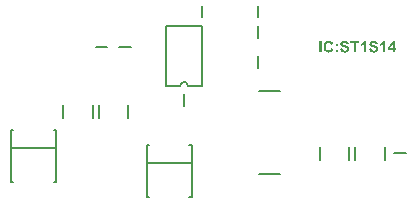
<source format=gto>
G04 Layer_Color=65535*
%FSLAX42Y42*%
%MOMM*%
G71*
G01*
G75*
%ADD31C,0.20*%
G36*
X3039Y1580D02*
X3020D01*
Y1649D01*
X3020Y1649D01*
X3020Y1649D01*
X3019Y1649D01*
X3018Y1648D01*
X3018Y1647D01*
X3016Y1646D01*
X3015Y1645D01*
X3013Y1644D01*
X3012Y1643D01*
X3010Y1642D01*
X3008Y1641D01*
X3006Y1640D01*
X3002Y1638D01*
X2997Y1636D01*
Y1652D01*
X2997D01*
X2997Y1652D01*
X2997Y1653D01*
X2998Y1653D01*
X2999Y1653D01*
X3001Y1654D01*
X3003Y1655D01*
X3006Y1657D01*
X3009Y1659D01*
X3012Y1661D01*
X3012Y1661D01*
X3013Y1661D01*
X3013Y1662D01*
X3013Y1662D01*
X3015Y1664D01*
X3017Y1665D01*
X3019Y1668D01*
X3021Y1670D01*
X3022Y1673D01*
X3024Y1677D01*
X3039D01*
Y1580D01*
D02*
G37*
G36*
X3203D02*
X3184D01*
Y1649D01*
X3184Y1649D01*
X3184Y1649D01*
X3183Y1649D01*
X3183Y1648D01*
X3182Y1647D01*
X3180Y1646D01*
X3179Y1645D01*
X3178Y1644D01*
X3176Y1643D01*
X3174Y1642D01*
X3172Y1641D01*
X3170Y1640D01*
X3166Y1638D01*
X3161Y1636D01*
Y1652D01*
X3161D01*
X3161Y1652D01*
X3161Y1653D01*
X3162Y1653D01*
X3163Y1653D01*
X3165Y1654D01*
X3168Y1655D01*
X3170Y1657D01*
X3173Y1659D01*
X3176Y1661D01*
X3176Y1661D01*
X3177Y1661D01*
X3177Y1662D01*
X3178Y1662D01*
X3179Y1664D01*
X3181Y1665D01*
X3183Y1668D01*
X3185Y1670D01*
X3186Y1673D01*
X3188Y1677D01*
X3203D01*
Y1580D01*
D02*
G37*
G36*
X2983Y1660D02*
X2955D01*
Y1580D01*
X2936D01*
Y1660D01*
X2907D01*
Y1676D01*
X2983D01*
Y1660D01*
D02*
G37*
G36*
X2664Y1580D02*
X2645D01*
Y1676D01*
X2664D01*
Y1580D01*
D02*
G37*
G36*
X2801D02*
X2783D01*
Y1598D01*
X2801D01*
Y1580D01*
D02*
G37*
G36*
X3284Y1615D02*
X3296D01*
Y1599D01*
X3284D01*
Y1580D01*
X3267D01*
Y1599D01*
X3227D01*
Y1615D01*
X3269Y1676D01*
X3284D01*
Y1615D01*
D02*
G37*
G36*
X2861Y1678D02*
X2862Y1677D01*
X2864Y1677D01*
X2866Y1677D01*
X2868Y1677D01*
X2872Y1676D01*
X2875Y1675D01*
X2877Y1674D01*
X2879Y1673D01*
X2881Y1672D01*
X2883Y1671D01*
X2885Y1670D01*
X2885Y1670D01*
X2885Y1669D01*
X2886Y1669D01*
X2886Y1668D01*
X2887Y1668D01*
X2888Y1667D01*
X2889Y1665D01*
X2890Y1664D01*
X2890Y1663D01*
X2891Y1661D01*
X2892Y1659D01*
X2893Y1657D01*
X2894Y1655D01*
X2894Y1653D01*
X2894Y1651D01*
X2895Y1649D01*
X2875Y1648D01*
Y1648D01*
Y1648D01*
X2875Y1649D01*
X2875Y1650D01*
X2874Y1652D01*
X2873Y1654D01*
X2872Y1655D01*
X2871Y1657D01*
X2870Y1658D01*
X2870Y1658D01*
X2869Y1659D01*
X2868Y1659D01*
X2867Y1660D01*
X2865Y1661D01*
X2863Y1661D01*
X2861Y1662D01*
X2858Y1662D01*
X2856D01*
X2855Y1662D01*
X2853Y1661D01*
X2851Y1661D01*
X2849Y1660D01*
X2847Y1659D01*
X2845Y1658D01*
X2844Y1658D01*
X2844Y1658D01*
X2844Y1657D01*
X2843Y1657D01*
X2842Y1656D01*
X2842Y1655D01*
X2842Y1654D01*
X2842Y1652D01*
Y1652D01*
Y1652D01*
X2842Y1651D01*
X2842Y1650D01*
X2842Y1649D01*
X2843Y1648D01*
X2843Y1647D01*
X2844Y1646D01*
X2844Y1646D01*
X2845Y1646D01*
X2846Y1645D01*
X2846Y1645D01*
X2847Y1645D01*
X2848Y1644D01*
X2849Y1644D01*
X2850Y1643D01*
X2852Y1643D01*
X2853Y1642D01*
X2855Y1642D01*
X2857Y1641D01*
X2860Y1641D01*
X2862Y1640D01*
X2862D01*
X2863Y1640D01*
X2863Y1640D01*
X2864Y1639D01*
X2866Y1639D01*
X2867Y1639D01*
X2868Y1638D01*
X2870Y1638D01*
X2873Y1637D01*
X2877Y1636D01*
X2880Y1634D01*
X2881Y1634D01*
X2883Y1633D01*
X2883D01*
X2883Y1633D01*
X2884Y1632D01*
X2885Y1631D01*
X2887Y1630D01*
X2888Y1629D01*
X2890Y1627D01*
X2892Y1625D01*
X2894Y1623D01*
X2894Y1623D01*
X2894Y1622D01*
X2895Y1621D01*
X2895Y1619D01*
X2896Y1617D01*
X2897Y1614D01*
X2897Y1611D01*
X2897Y1608D01*
Y1608D01*
Y1607D01*
Y1607D01*
Y1606D01*
X2897Y1606D01*
X2897Y1605D01*
X2897Y1603D01*
X2896Y1600D01*
X2895Y1598D01*
X2894Y1595D01*
X2893Y1592D01*
Y1592D01*
X2892Y1592D01*
X2892Y1591D01*
X2891Y1590D01*
X2889Y1588D01*
X2888Y1587D01*
X2885Y1585D01*
X2883Y1583D01*
X2880Y1582D01*
X2880D01*
X2879Y1582D01*
X2879Y1581D01*
X2878Y1581D01*
X2877Y1581D01*
X2876Y1581D01*
X2875Y1580D01*
X2874Y1580D01*
X2872Y1580D01*
X2871Y1579D01*
X2867Y1579D01*
X2863Y1578D01*
X2859Y1578D01*
X2857D01*
X2856Y1578D01*
X2854Y1578D01*
X2853Y1579D01*
X2851Y1579D01*
X2849Y1579D01*
X2844Y1580D01*
X2842Y1581D01*
X2839Y1582D01*
X2837Y1583D01*
X2835Y1584D01*
X2833Y1585D01*
X2831Y1587D01*
X2831Y1587D01*
X2830Y1587D01*
X2830Y1587D01*
X2829Y1588D01*
X2828Y1589D01*
X2828Y1590D01*
X2827Y1591D01*
X2826Y1593D01*
X2825Y1594D01*
X2824Y1596D01*
X2823Y1598D01*
X2822Y1601D01*
X2821Y1603D01*
X2820Y1606D01*
X2820Y1608D01*
X2819Y1611D01*
X2838Y1613D01*
Y1613D01*
X2838Y1613D01*
Y1612D01*
X2838Y1611D01*
X2839Y1610D01*
X2840Y1608D01*
X2841Y1605D01*
X2842Y1603D01*
X2843Y1601D01*
X2845Y1599D01*
X2845Y1599D01*
X2846Y1598D01*
X2847Y1598D01*
X2849Y1597D01*
X2851Y1596D01*
X2853Y1595D01*
X2856Y1595D01*
X2859Y1595D01*
X2861D01*
X2862Y1595D01*
X2864Y1595D01*
X2867Y1596D01*
X2869Y1596D01*
X2871Y1597D01*
X2873Y1598D01*
X2873Y1599D01*
X2874Y1599D01*
X2875Y1600D01*
X2876Y1601D01*
X2876Y1602D01*
X2877Y1604D01*
X2878Y1606D01*
X2878Y1608D01*
Y1608D01*
Y1608D01*
X2878Y1609D01*
X2878Y1610D01*
X2877Y1611D01*
X2877Y1612D01*
X2877Y1613D01*
X2876Y1614D01*
X2876Y1614D01*
X2875Y1614D01*
X2875Y1614D01*
X2874Y1615D01*
X2873Y1616D01*
X2872Y1616D01*
X2871Y1617D01*
X2869Y1618D01*
X2869D01*
X2868Y1618D01*
X2867Y1618D01*
X2867Y1619D01*
X2866Y1619D01*
X2865Y1619D01*
X2864Y1619D01*
X2862Y1620D01*
X2861Y1620D01*
X2859Y1620D01*
X2858Y1621D01*
X2856Y1621D01*
X2853Y1622D01*
X2853D01*
X2853Y1622D01*
X2852Y1622D01*
X2851Y1623D01*
X2850Y1623D01*
X2848Y1624D01*
X2847Y1624D01*
X2845Y1625D01*
X2841Y1626D01*
X2838Y1628D01*
X2836Y1629D01*
X2834Y1630D01*
X2833Y1630D01*
X2832Y1631D01*
X2832Y1632D01*
X2831Y1632D01*
X2831Y1632D01*
X2830Y1633D01*
X2830Y1634D01*
X2829Y1635D01*
X2828Y1636D01*
X2827Y1637D01*
X2826Y1640D01*
X2824Y1643D01*
X2824Y1645D01*
X2823Y1647D01*
X2823Y1649D01*
X2823Y1651D01*
Y1651D01*
Y1651D01*
Y1652D01*
Y1652D01*
X2823Y1654D01*
X2823Y1655D01*
X2824Y1657D01*
X2825Y1660D01*
X2826Y1662D01*
X2827Y1665D01*
Y1665D01*
X2827Y1665D01*
X2828Y1666D01*
X2829Y1667D01*
X2830Y1668D01*
X2832Y1670D01*
X2834Y1671D01*
X2836Y1673D01*
X2839Y1674D01*
X2839D01*
X2839Y1674D01*
X2840Y1675D01*
X2840Y1675D01*
X2841Y1675D01*
X2842Y1675D01*
X2843Y1676D01*
X2844Y1676D01*
X2847Y1677D01*
X2850Y1677D01*
X2854Y1678D01*
X2858Y1678D01*
X2860D01*
X2861Y1678D01*
D02*
G37*
G36*
X3107D02*
X3108Y1677D01*
X3110Y1677D01*
X3112Y1677D01*
X3114Y1677D01*
X3118Y1676D01*
X3121Y1675D01*
X3123Y1674D01*
X3125Y1673D01*
X3127Y1672D01*
X3129Y1671D01*
X3131Y1670D01*
X3131Y1670D01*
X3131Y1669D01*
X3132Y1669D01*
X3132Y1668D01*
X3133Y1668D01*
X3134Y1667D01*
X3135Y1665D01*
X3136Y1664D01*
X3136Y1663D01*
X3137Y1661D01*
X3138Y1659D01*
X3139Y1657D01*
X3140Y1655D01*
X3140Y1653D01*
X3141Y1651D01*
X3141Y1649D01*
X3121Y1648D01*
Y1648D01*
Y1648D01*
X3121Y1649D01*
X3121Y1650D01*
X3120Y1652D01*
X3119Y1654D01*
X3118Y1655D01*
X3117Y1657D01*
X3116Y1658D01*
X3116Y1658D01*
X3115Y1659D01*
X3114Y1659D01*
X3113Y1660D01*
X3111Y1661D01*
X3109Y1661D01*
X3107Y1662D01*
X3104Y1662D01*
X3102D01*
X3101Y1662D01*
X3099Y1661D01*
X3097Y1661D01*
X3095Y1660D01*
X3093Y1659D01*
X3091Y1658D01*
X3090Y1658D01*
X3090Y1658D01*
X3090Y1657D01*
X3089Y1657D01*
X3089Y1656D01*
X3088Y1655D01*
X3088Y1654D01*
X3088Y1652D01*
Y1652D01*
Y1652D01*
X3088Y1651D01*
X3088Y1650D01*
X3088Y1649D01*
X3089Y1648D01*
X3089Y1647D01*
X3090Y1646D01*
X3090Y1646D01*
X3091Y1646D01*
X3092Y1645D01*
X3092Y1645D01*
X3093Y1645D01*
X3094Y1644D01*
X3095Y1644D01*
X3096Y1643D01*
X3098Y1643D01*
X3099Y1642D01*
X3101Y1642D01*
X3103Y1641D01*
X3106Y1641D01*
X3108Y1640D01*
X3108D01*
X3109Y1640D01*
X3109Y1640D01*
X3110Y1639D01*
X3112Y1639D01*
X3113Y1639D01*
X3114Y1638D01*
X3116Y1638D01*
X3119Y1637D01*
X3123Y1636D01*
X3126Y1634D01*
X3127Y1634D01*
X3129Y1633D01*
X3129D01*
X3129Y1633D01*
X3130Y1632D01*
X3131Y1631D01*
X3133Y1630D01*
X3134Y1629D01*
X3136Y1627D01*
X3138Y1625D01*
X3140Y1623D01*
X3140Y1623D01*
X3140Y1622D01*
X3141Y1621D01*
X3141Y1619D01*
X3142Y1617D01*
X3143Y1614D01*
X3143Y1611D01*
X3143Y1608D01*
Y1608D01*
Y1607D01*
Y1607D01*
Y1606D01*
X3143Y1606D01*
X3143Y1605D01*
X3143Y1603D01*
X3142Y1600D01*
X3141Y1598D01*
X3140Y1595D01*
X3139Y1592D01*
Y1592D01*
X3138Y1592D01*
X3138Y1591D01*
X3137Y1590D01*
X3135Y1588D01*
X3134Y1587D01*
X3131Y1585D01*
X3129Y1583D01*
X3126Y1582D01*
X3126D01*
X3125Y1582D01*
X3125Y1581D01*
X3124Y1581D01*
X3123Y1581D01*
X3122Y1581D01*
X3121Y1580D01*
X3120Y1580D01*
X3118Y1580D01*
X3117Y1579D01*
X3113Y1579D01*
X3109Y1578D01*
X3105Y1578D01*
X3103D01*
X3102Y1578D01*
X3100Y1578D01*
X3099Y1579D01*
X3097Y1579D01*
X3095Y1579D01*
X3090Y1580D01*
X3088Y1581D01*
X3085Y1582D01*
X3083Y1583D01*
X3081Y1584D01*
X3079Y1585D01*
X3077Y1587D01*
X3077Y1587D01*
X3076Y1587D01*
X3076Y1587D01*
X3075Y1588D01*
X3075Y1589D01*
X3074Y1590D01*
X3073Y1591D01*
X3072Y1593D01*
X3071Y1594D01*
X3070Y1596D01*
X3069Y1598D01*
X3068Y1601D01*
X3067Y1603D01*
X3066Y1606D01*
X3066Y1608D01*
X3065Y1611D01*
X3084Y1613D01*
Y1613D01*
X3084Y1613D01*
Y1612D01*
X3084Y1611D01*
X3085Y1610D01*
X3086Y1608D01*
X3087Y1605D01*
X3088Y1603D01*
X3089Y1601D01*
X3091Y1599D01*
X3091Y1599D01*
X3092Y1598D01*
X3093Y1598D01*
X3095Y1597D01*
X3097Y1596D01*
X3099Y1595D01*
X3102Y1595D01*
X3105Y1595D01*
X3107D01*
X3108Y1595D01*
X3110Y1595D01*
X3113Y1596D01*
X3115Y1596D01*
X3117Y1597D01*
X3119Y1598D01*
X3119Y1599D01*
X3120Y1599D01*
X3121Y1600D01*
X3122Y1601D01*
X3122Y1602D01*
X3123Y1604D01*
X3124Y1606D01*
X3124Y1608D01*
Y1608D01*
Y1608D01*
X3124Y1609D01*
X3124Y1610D01*
X3123Y1611D01*
X3123Y1612D01*
X3123Y1613D01*
X3122Y1614D01*
X3122Y1614D01*
X3122Y1614D01*
X3121Y1614D01*
X3120Y1615D01*
X3119Y1616D01*
X3118Y1616D01*
X3117Y1617D01*
X3115Y1618D01*
X3115D01*
X3114Y1618D01*
X3113Y1618D01*
X3113Y1619D01*
X3112Y1619D01*
X3111Y1619D01*
X3110Y1619D01*
X3108Y1620D01*
X3107Y1620D01*
X3105Y1620D01*
X3104Y1621D01*
X3102Y1621D01*
X3099Y1622D01*
X3099D01*
X3099Y1622D01*
X3098Y1622D01*
X3097Y1623D01*
X3096Y1623D01*
X3094Y1624D01*
X3093Y1624D01*
X3091Y1625D01*
X3087Y1626D01*
X3084Y1628D01*
X3082Y1629D01*
X3080Y1630D01*
X3079Y1630D01*
X3078Y1631D01*
X3078Y1632D01*
X3077Y1632D01*
X3077Y1632D01*
X3076Y1633D01*
X3076Y1634D01*
X3075Y1635D01*
X3074Y1636D01*
X3073Y1637D01*
X3072Y1640D01*
X3070Y1643D01*
X3070Y1645D01*
X3069Y1647D01*
X3069Y1649D01*
X3069Y1651D01*
Y1651D01*
Y1651D01*
Y1652D01*
Y1652D01*
X3069Y1654D01*
X3070Y1655D01*
X3070Y1657D01*
X3071Y1660D01*
X3072Y1662D01*
X3073Y1665D01*
Y1665D01*
X3073Y1665D01*
X3074Y1666D01*
X3075Y1667D01*
X3076Y1668D01*
X3078Y1670D01*
X3080Y1671D01*
X3082Y1673D01*
X3085Y1674D01*
X3085D01*
X3085Y1674D01*
X3086Y1675D01*
X3086Y1675D01*
X3087Y1675D01*
X3088Y1675D01*
X3089Y1676D01*
X3090Y1676D01*
X3093Y1677D01*
X3096Y1677D01*
X3100Y1678D01*
X3104Y1678D01*
X3106D01*
X3107Y1678D01*
D02*
G37*
G36*
X2727D02*
X2729Y1677D01*
X2730Y1677D01*
X2732Y1677D01*
X2734Y1677D01*
X2737Y1676D01*
X2739Y1675D01*
X2741Y1674D01*
X2744Y1673D01*
X2746Y1672D01*
X2748Y1671D01*
X2751Y1669D01*
X2753Y1667D01*
X2753D01*
X2753Y1667D01*
X2754Y1667D01*
X2754Y1666D01*
X2755Y1666D01*
X2755Y1665D01*
X2757Y1663D01*
X2758Y1660D01*
X2760Y1657D01*
X2761Y1654D01*
X2763Y1650D01*
X2744Y1645D01*
Y1645D01*
X2743Y1645D01*
Y1646D01*
X2743Y1646D01*
X2743Y1648D01*
X2742Y1649D01*
X2741Y1651D01*
X2740Y1653D01*
X2738Y1655D01*
X2736Y1657D01*
X2736Y1657D01*
X2735Y1658D01*
X2734Y1658D01*
X2733Y1659D01*
X2731Y1660D01*
X2729Y1661D01*
X2726Y1661D01*
X2723Y1661D01*
X2722D01*
X2722Y1661D01*
X2721Y1661D01*
X2720Y1661D01*
X2717Y1660D01*
X2714Y1659D01*
X2712Y1658D01*
X2710Y1657D01*
X2709Y1656D01*
X2707Y1655D01*
X2706Y1654D01*
Y1653D01*
X2706Y1653D01*
X2705Y1653D01*
X2705Y1652D01*
X2704Y1651D01*
X2704Y1650D01*
X2703Y1649D01*
X2703Y1648D01*
X2702Y1646D01*
X2702Y1644D01*
X2701Y1642D01*
X2700Y1640D01*
X2700Y1637D01*
X2700Y1635D01*
X2700Y1632D01*
X2700Y1629D01*
Y1628D01*
Y1628D01*
Y1627D01*
X2700Y1626D01*
Y1624D01*
X2700Y1622D01*
X2700Y1620D01*
X2700Y1618D01*
X2701Y1614D01*
X2702Y1610D01*
X2703Y1608D01*
X2704Y1606D01*
X2705Y1604D01*
X2706Y1602D01*
X2706Y1602D01*
X2706Y1602D01*
X2707Y1602D01*
X2707Y1601D01*
X2709Y1600D01*
X2711Y1599D01*
X2713Y1597D01*
X2716Y1596D01*
X2719Y1595D01*
X2721Y1595D01*
X2723Y1595D01*
X2724D01*
X2724Y1595D01*
X2726Y1595D01*
X2728Y1595D01*
X2729Y1596D01*
X2732Y1597D01*
X2734Y1598D01*
X2736Y1600D01*
X2736Y1600D01*
X2737Y1601D01*
X2738Y1602D01*
X2739Y1603D01*
X2741Y1606D01*
X2742Y1608D01*
X2743Y1611D01*
X2744Y1615D01*
X2763Y1609D01*
Y1609D01*
X2763Y1609D01*
X2763Y1608D01*
X2762Y1607D01*
X2762Y1606D01*
X2761Y1604D01*
X2760Y1602D01*
X2760Y1601D01*
X2758Y1597D01*
X2755Y1593D01*
X2752Y1589D01*
X2750Y1587D01*
X2749Y1586D01*
X2748Y1586D01*
X2748Y1586D01*
X2748Y1585D01*
X2747Y1585D01*
X2746Y1584D01*
X2745Y1584D01*
X2743Y1583D01*
X2742Y1582D01*
X2740Y1581D01*
X2738Y1581D01*
X2736Y1580D01*
X2734Y1580D01*
X2731Y1579D01*
X2729Y1579D01*
X2726Y1578D01*
X2723Y1578D01*
X2722D01*
X2721Y1578D01*
X2720Y1579D01*
X2718Y1579D01*
X2716Y1579D01*
X2714Y1579D01*
X2712Y1580D01*
X2710Y1581D01*
X2707Y1582D01*
X2704Y1583D01*
X2702Y1584D01*
X2699Y1585D01*
X2697Y1587D01*
X2694Y1589D01*
X2692Y1591D01*
X2692Y1592D01*
X2691Y1592D01*
X2691Y1593D01*
X2690Y1594D01*
X2689Y1595D01*
X2688Y1597D01*
X2687Y1599D01*
X2686Y1601D01*
X2685Y1603D01*
X2683Y1606D01*
X2682Y1609D01*
X2681Y1612D01*
X2681Y1615D01*
X2680Y1619D01*
X2680Y1623D01*
X2680Y1627D01*
Y1627D01*
Y1627D01*
Y1628D01*
X2680Y1630D01*
Y1631D01*
X2680Y1633D01*
X2680Y1635D01*
X2681Y1638D01*
X2681Y1641D01*
X2682Y1644D01*
X2683Y1647D01*
X2684Y1650D01*
X2685Y1653D01*
X2686Y1656D01*
X2688Y1659D01*
X2690Y1662D01*
X2692Y1664D01*
X2692Y1665D01*
X2692Y1665D01*
X2693Y1666D01*
X2694Y1667D01*
X2695Y1668D01*
X2697Y1669D01*
X2699Y1670D01*
X2701Y1671D01*
X2703Y1672D01*
X2705Y1674D01*
X2708Y1675D01*
X2711Y1676D01*
X2714Y1677D01*
X2717Y1677D01*
X2721Y1678D01*
X2724Y1678D01*
X2726D01*
X2727Y1678D01*
D02*
G37*
G36*
X2801Y1631D02*
X2783D01*
Y1650D01*
X2801D01*
Y1631D01*
D02*
G37*
%LPC*%
G36*
X3267Y1648D02*
X3244Y1615D01*
X3267D01*
Y1648D01*
D02*
G37*
%LPD*%
D31*
X1532Y1297D02*
G03*
X1468Y1297I-32J0D01*
G01*
X2125Y1450D02*
Y1550D01*
Y1700D02*
Y1800D01*
Y1875D02*
Y1975D01*
X3275Y725D02*
X3375D01*
X750Y1625D02*
X850D01*
X950D02*
X1050D01*
X775Y1020D02*
Y1130D01*
X1025Y1020D02*
Y1130D01*
X475Y1020D02*
Y1130D01*
X725Y1020D02*
Y1130D01*
X2650Y670D02*
Y780D01*
X2900Y670D02*
Y780D01*
X2950Y670D02*
Y780D01*
X3200Y670D02*
Y780D01*
X1650Y1297D02*
Y1805D01*
X1350D02*
X1650D01*
X1350Y1297D02*
Y1805D01*
Y1297D02*
X1468D01*
X1532D02*
X1650D01*
X2135Y1250D02*
X2315D01*
X2135Y550D02*
X2315D01*
X35Y480D02*
Y920D01*
X415Y480D02*
Y920D01*
X395Y480D02*
X415D01*
X35D02*
X55D01*
X35Y920D02*
X55D01*
X395D02*
X415D01*
X35Y770D02*
X415D01*
X35Y780D02*
Y790D01*
X1185Y355D02*
Y795D01*
X1565Y355D02*
Y795D01*
X1545Y355D02*
X1565D01*
X1185D02*
X1205D01*
X1185Y795D02*
X1205D01*
X1545D02*
X1565D01*
X1185Y645D02*
X1565D01*
X1185Y655D02*
Y665D01*
X1650Y1875D02*
Y1975D01*
X1500Y1125D02*
Y1225D01*
M02*

</source>
